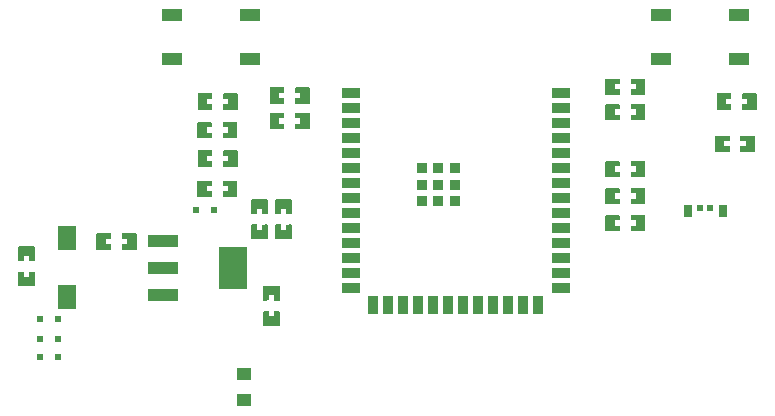
<source format=gtp>
G04 Layer: TopPasteMaskLayer*
G04 EasyEDA Pro v2.2.28.1, 2024-09-11 15:41:32*
G04 Gerber Generator version 0.3*
G04 Scale: 100 percent, Rotated: No, Reflected: No*
G04 Dimensions in millimeters*
G04 Leading zeros omitted, absolute positions, 3 integers and 5 decimals*
%FSLAX35Y35*%
%MOMM*%
%ADD10R,0.6X0.6*%
%ADD11R,0.6X0.6*%
%ADD12R,2.49999X1.1*%
%ADD13R,2.34X3.59999*%
%ADD14R,1.5X0.9*%
%ADD15R,0.9019X1.5*%
%ADD16R,0.9X1.5*%
%ADD17R,0.9X0.9*%
%ADD18R,1.25001X1.0*%
%ADD19R,1.53901X2.06251*%
%ADD20R,1.7X1.0*%
%ADD21R,0.5X0.5*%
%ADD22R,0.7X1.0*%
G75*


G04 PolygonModel Start*
G36*
G01X1265098Y-1549900D02*
G01X1265098Y-1421902D01*
G01X1270099Y-1416901D01*
G01X1385100Y-1416901D01*
G01X1390099Y-1421902D01*
G01X1390602Y-1462905D01*
G01X1345601Y-1462905D01*
G01X1345601Y-1507904D01*
G01X1389601Y-1507904D01*
G01X1390099Y-1549900D01*
G01X1385100Y-1554902D01*
G01X1270099Y-1554902D01*
G01X1265098Y-1549900D01*
G37*
G36*
G01X1480099Y-1549900D02*
G01X1480101Y-1507904D01*
G01X1524599Y-1507904D01*
G01X1524599Y-1462905D01*
G01X1480602Y-1462905D01*
G01X1480099Y-1421902D01*
G01X1485100Y-1416901D01*
G01X1600098Y-1416901D01*
G01X1605100Y-1421902D01*
G01X1605100Y-1549900D01*
G01X1600098Y-1554902D01*
G01X1485100Y-1554902D01*
G01X1480099Y-1549900D01*
G37*
G36*
G01X1265098Y-1778500D02*
G01X1265098Y-1650502D01*
G01X1270099Y-1645501D01*
G01X1385100Y-1645501D01*
G01X1390099Y-1650502D01*
G01X1390602Y-1691505D01*
G01X1345601Y-1691505D01*
G01X1345601Y-1736504D01*
G01X1389601Y-1736504D01*
G01X1390099Y-1778500D01*
G01X1385100Y-1783502D01*
G01X1270099Y-1783502D01*
G01X1265098Y-1778500D01*
G37*
G36*
G01X1480099Y-1778500D02*
G01X1480101Y-1736504D01*
G01X1524599Y-1736504D01*
G01X1524599Y-1691505D01*
G01X1480602Y-1691505D01*
G01X1480099Y-1650502D01*
G01X1485100Y-1645501D01*
G01X1600098Y-1645501D01*
G01X1605100Y-1650502D01*
G01X1605100Y-1778500D01*
G01X1600098Y-1783502D01*
G01X1485100Y-1783502D01*
G01X1480099Y-1778500D01*
G37*
G36*
G01X1265098Y-851400D02*
G01X1265098Y-723402D01*
G01X1270099Y-718401D01*
G01X1385100Y-718401D01*
G01X1390099Y-723402D01*
G01X1390602Y-764405D01*
G01X1345601Y-764405D01*
G01X1345601Y-809404D01*
G01X1389601Y-809404D01*
G01X1390099Y-851400D01*
G01X1385100Y-856402D01*
G01X1270099Y-856402D01*
G01X1265098Y-851400D01*
G37*
G36*
G01X1480099Y-851400D02*
G01X1480101Y-809404D01*
G01X1524599Y-809404D01*
G01X1524599Y-764405D01*
G01X1480602Y-764405D01*
G01X1480099Y-723402D01*
G01X1485100Y-718401D01*
G01X1600098Y-718401D01*
G01X1605100Y-723402D01*
G01X1605100Y-851400D01*
G01X1600098Y-856402D01*
G01X1485100Y-856402D01*
G01X1480099Y-851400D01*
G37*
G36*
G01X1265098Y-1067300D02*
G01X1265098Y-939302D01*
G01X1270099Y-934301D01*
G01X1385100Y-934301D01*
G01X1390099Y-939302D01*
G01X1390602Y-980305D01*
G01X1345601Y-980305D01*
G01X1345601Y-1025304D01*
G01X1389601Y-1025304D01*
G01X1390099Y-1067300D01*
G01X1385100Y-1072302D01*
G01X1270099Y-1072302D01*
G01X1265098Y-1067300D01*
G37*
G36*
G01X1480099Y-1067300D02*
G01X1480101Y-1025304D01*
G01X1524599Y-1025304D01*
G01X1524599Y-980305D01*
G01X1480602Y-980305D01*
G01X1480099Y-939302D01*
G01X1485100Y-934301D01*
G01X1600098Y-934301D01*
G01X1605100Y-939302D01*
G01X1605100Y-1067300D01*
G01X1600098Y-1072302D01*
G01X1485100Y-1072302D01*
G01X1480099Y-1067300D01*
G37*
G36*
G01X1265098Y-2007100D02*
G01X1265098Y-1879102D01*
G01X1270099Y-1874101D01*
G01X1385100Y-1874101D01*
G01X1390099Y-1879102D01*
G01X1390602Y-1920105D01*
G01X1345601Y-1920105D01*
G01X1345601Y-1965104D01*
G01X1389601Y-1965104D01*
G01X1390099Y-2007100D01*
G01X1385100Y-2012102D01*
G01X1270099Y-2012102D01*
G01X1265098Y-2007100D01*
G37*
G36*
G01X1480099Y-2007100D02*
G01X1480101Y-1965104D01*
G01X1524599Y-1965104D01*
G01X1524599Y-1920105D01*
G01X1480602Y-1920105D01*
G01X1480099Y-1879102D01*
G01X1485100Y-1874101D01*
G01X1600098Y-1874101D01*
G01X1605100Y-1879102D01*
G01X1605100Y-2007100D01*
G01X1600098Y-2012102D01*
G01X1485100Y-2012102D01*
G01X1480099Y-2007100D01*
G37*
G36*
G01X-2186803Y-1458996D02*
G01X-2186803Y-1330998D01*
G01X-2181802Y-1325997D01*
G01X-2066801Y-1325997D01*
G01X-2061802Y-1330998D01*
G01X-2061299Y-1372001D01*
G01X-2106300Y-1372001D01*
G01X-2106300Y-1417000D01*
G01X-2062300Y-1417000D01*
G01X-2061802Y-1458996D01*
G01X-2066801Y-1463998D01*
G01X-2181802Y-1463998D01*
G01X-2186803Y-1458996D01*
G37*
G36*
G01X-1971802Y-1458996D02*
G01X-1971799Y-1417000D01*
G01X-1927301Y-1417000D01*
G01X-1927301Y-1372001D01*
G01X-1971299Y-1372001D01*
G01X-1971802Y-1330998D01*
G01X-1966801Y-1325997D01*
G01X-1851802Y-1325997D01*
G01X-1846801Y-1330998D01*
G01X-1846801Y-1458996D01*
G01X-1851802Y-1463998D01*
G01X-1966801Y-1463998D01*
G01X-1971802Y-1458996D01*
G37*
G36*
G01X-2189302Y-1219700D02*
G01X-2189302Y-1091702D01*
G01X-2184301Y-1086701D01*
G01X-2069300Y-1086701D01*
G01X-2064301Y-1091702D01*
G01X-2063798Y-1132705D01*
G01X-2108799Y-1132705D01*
G01X-2108799Y-1177704D01*
G01X-2064799Y-1177704D01*
G01X-2064301Y-1219700D01*
G01X-2069300Y-1224702D01*
G01X-2184301Y-1224702D01*
G01X-2189302Y-1219700D01*
G37*
G36*
G01X-1974301Y-1219700D02*
G01X-1974299Y-1177704D01*
G01X-1929801Y-1177704D01*
G01X-1929801Y-1132705D01*
G01X-1973798Y-1132705D01*
G01X-1974301Y-1091702D01*
G01X-1969300Y-1086701D01*
G01X-1854302Y-1086701D01*
G01X-1849300Y-1091702D01*
G01X-1849300Y-1219700D01*
G01X-1854302Y-1224702D01*
G01X-1969300Y-1224702D01*
G01X-1974301Y-1219700D01*
G37*
G36*
G01X-2189302Y-1715000D02*
G01X-2189302Y-1587002D01*
G01X-2184301Y-1582001D01*
G01X-2069300Y-1582001D01*
G01X-2064301Y-1587002D01*
G01X-2063798Y-1628005D01*
G01X-2108799Y-1628005D01*
G01X-2108799Y-1673004D01*
G01X-2064799Y-1673004D01*
G01X-2064301Y-1715000D01*
G01X-2069300Y-1720002D01*
G01X-2184301Y-1720002D01*
G01X-2189302Y-1715000D01*
G37*
G36*
G01X-1974301Y-1715000D02*
G01X-1974299Y-1673004D01*
G01X-1929801Y-1673004D01*
G01X-1929801Y-1628005D01*
G01X-1973798Y-1628005D01*
G01X-1974301Y-1587002D01*
G01X-1969300Y-1582001D01*
G01X-1854302Y-1582001D01*
G01X-1849300Y-1587002D01*
G01X-1849300Y-1715000D01*
G01X-1854302Y-1720002D01*
G01X-1969300Y-1720002D01*
G01X-1974301Y-1715000D01*
G37*
G36*
G01X-1577203Y-1141496D02*
G01X-1577203Y-1013498D01*
G01X-1572202Y-1008497D01*
G01X-1457201Y-1008497D01*
G01X-1452202Y-1013498D01*
G01X-1451699Y-1054501D01*
G01X-1496700Y-1054501D01*
G01X-1496700Y-1099500D01*
G01X-1452700Y-1099500D01*
G01X-1452202Y-1141496D01*
G01X-1457201Y-1146498D01*
G01X-1572202Y-1146498D01*
G01X-1577203Y-1141496D01*
G37*
G36*
G01X-1362202Y-1141496D02*
G01X-1362199Y-1099500D01*
G01X-1317701Y-1099500D01*
G01X-1317701Y-1054501D01*
G01X-1361699Y-1054501D01*
G01X-1362202Y-1013498D01*
G01X-1357201Y-1008497D01*
G01X-1242202Y-1008497D01*
G01X-1237201Y-1013498D01*
G01X-1237201Y-1141496D01*
G01X-1242202Y-1146498D01*
G01X-1357201Y-1146498D01*
G01X-1362202Y-1141496D01*
G37*
G36*
G01X-1577203Y-925596D02*
G01X-1577203Y-797598D01*
G01X-1572202Y-792597D01*
G01X-1457201Y-792597D01*
G01X-1452202Y-797598D01*
G01X-1451699Y-838601D01*
G01X-1496700Y-838601D01*
G01X-1496700Y-883600D01*
G01X-1452700Y-883600D01*
G01X-1452202Y-925596D01*
G01X-1457201Y-930598D01*
G01X-1572202Y-930598D01*
G01X-1577203Y-925596D01*
G37*
G36*
G01X-1362202Y-925596D02*
G01X-1362199Y-883600D01*
G01X-1317701Y-883600D01*
G01X-1317701Y-838601D01*
G01X-1361699Y-838601D01*
G01X-1362202Y-797598D01*
G01X-1357201Y-792597D01*
G01X-1242202Y-792597D01*
G01X-1237201Y-797598D01*
G01X-1237201Y-925596D01*
G01X-1242202Y-930598D01*
G01X-1357201Y-930598D01*
G01X-1362202Y-925596D01*
G37*
G36*
G01X-3570204Y-2478903D02*
G01X-3698202Y-2478903D01*
G01X-3703203Y-2473902D01*
G01X-3703203Y-2358901D01*
G01X-3698202Y-2353902D01*
G01X-3657199Y-2353399D01*
G01X-3657199Y-2398400D01*
G01X-3612200Y-2398400D01*
G01X-3612200Y-2354400D01*
G01X-3570204Y-2353902D01*
G01X-3565202Y-2358901D01*
G01X-3565202Y-2473902D01*
G01X-3570204Y-2478903D01*
G37*
G36*
G01X-3570204Y-2263902D02*
G01X-3612200Y-2263899D01*
G01X-3612200Y-2219401D01*
G01X-3657199Y-2219401D01*
G01X-3657199Y-2263399D01*
G01X-3698202Y-2263902D01*
G01X-3703203Y-2258901D01*
G01X-3703203Y-2143902D01*
G01X-3698202Y-2138901D01*
G01X-3570204Y-2138901D01*
G01X-3565202Y-2143902D01*
G01X-3565202Y-2258901D01*
G01X-3570204Y-2263902D01*
G37*
G36*
G01X-2702697Y-2033504D02*
G01X-2702697Y-2161502D01*
G01X-2707698Y-2166503D01*
G01X-2822699Y-2166503D01*
G01X-2827698Y-2161502D01*
G01X-2828201Y-2120499D01*
G01X-2783200Y-2120499D01*
G01X-2783200Y-2075500D01*
G01X-2827200Y-2075500D01*
G01X-2827698Y-2033504D01*
G01X-2822699Y-2028502D01*
G01X-2707698Y-2028502D01*
G01X-2702697Y-2033504D01*
G37*
G36*
G01X-2917698Y-2033504D02*
G01X-2917701Y-2075500D01*
G01X-2962199Y-2075500D01*
G01X-2962199Y-2120499D01*
G01X-2918201Y-2120499D01*
G01X-2917698Y-2161502D01*
G01X-2922699Y-2166503D01*
G01X-3037698Y-2166503D01*
G01X-3042699Y-2161502D01*
G01X-3042699Y-2033504D01*
G01X-3037698Y-2028502D01*
G01X-2922699Y-2028502D01*
G01X-2917698Y-2033504D01*
G37*
G36*
G01X-1522496Y-1738894D02*
G01X-1394498Y-1738894D01*
G01X-1389497Y-1743895D01*
G01X-1389497Y-1858896D01*
G01X-1394498Y-1863895D01*
G01X-1435501Y-1864398D01*
G01X-1435501Y-1819397D01*
G01X-1480500Y-1819397D01*
G01X-1480500Y-1863397D01*
G01X-1522496Y-1863895D01*
G01X-1527498Y-1858896D01*
G01X-1527498Y-1743895D01*
G01X-1522496Y-1738894D01*
G37*
G36*
G01X-1522496Y-1953895D02*
G01X-1480500Y-1953898D01*
G01X-1480500Y-1998396D01*
G01X-1435501Y-1998396D01*
G01X-1435501Y-1954398D01*
G01X-1394498Y-1953895D01*
G01X-1389497Y-1958896D01*
G01X-1389497Y-2073895D01*
G01X-1394498Y-2078896D01*
G01X-1522496Y-2078896D01*
G01X-1527498Y-2073895D01*
G01X-1527498Y-1958896D01*
G01X-1522496Y-1953895D01*
G37*
G36*
G01X-1725696Y-1738894D02*
G01X-1597698Y-1738894D01*
G01X-1592697Y-1743895D01*
G01X-1592697Y-1858896D01*
G01X-1597698Y-1863895D01*
G01X-1638701Y-1864398D01*
G01X-1638701Y-1819397D01*
G01X-1683700Y-1819397D01*
G01X-1683700Y-1863397D01*
G01X-1725696Y-1863895D01*
G01X-1730698Y-1858896D01*
G01X-1730698Y-1743895D01*
G01X-1725696Y-1738894D01*
G37*
G36*
G01X-1725696Y-1953895D02*
G01X-1683700Y-1953898D01*
G01X-1683700Y-1998396D01*
G01X-1638701Y-1998396D01*
G01X-1638701Y-1954398D01*
G01X-1597698Y-1953895D01*
G01X-1592697Y-1958896D01*
G01X-1592697Y-2073895D01*
G01X-1597698Y-2078896D01*
G01X-1725696Y-2078896D01*
G01X-1730698Y-2073895D01*
G01X-1730698Y-1958896D01*
G01X-1725696Y-1953895D01*
G37*
G36*
G01X2533802Y-1206000D02*
G01X2533802Y-1333998D01*
G01X2528801Y-1338999D01*
G01X2413800Y-1338999D01*
G01X2408801Y-1333998D01*
G01X2408298Y-1292995D01*
G01X2453300Y-1292995D01*
G01X2453300Y-1247996D01*
G01X2409299Y-1247996D01*
G01X2408801Y-1206000D01*
G01X2413800Y-1200998D01*
G01X2528801Y-1200998D01*
G01X2533802Y-1206000D01*
G37*
G36*
G01X2318802Y-1206000D02*
G01X2318799Y-1247996D01*
G01X2274301Y-1247996D01*
G01X2274301Y-1292995D01*
G01X2318299Y-1292995D01*
G01X2318802Y-1333998D01*
G01X2313800Y-1338999D01*
G01X2198802Y-1338999D01*
G01X2193801Y-1333998D01*
G01X2193801Y-1206000D01*
G01X2198802Y-1200998D01*
G01X2313800Y-1200998D01*
G01X2318802Y-1206000D01*
G37*
G36*
G01X-2186803Y-976396D02*
G01X-2186803Y-848398D01*
G01X-2181802Y-843397D01*
G01X-2066801Y-843397D01*
G01X-2061802Y-848398D01*
G01X-2061299Y-889401D01*
G01X-2106300Y-889401D01*
G01X-2106300Y-934400D01*
G01X-2062300Y-934400D01*
G01X-2061802Y-976396D01*
G01X-2066801Y-981398D01*
G01X-2181802Y-981398D01*
G01X-2186803Y-976396D01*
G37*
G36*
G01X-1971802Y-976396D02*
G01X-1971799Y-934400D01*
G01X-1927301Y-934400D01*
G01X-1927301Y-889401D01*
G01X-1971299Y-889401D01*
G01X-1971802Y-848398D01*
G01X-1966801Y-843397D01*
G01X-1851802Y-843397D01*
G01X-1846801Y-848398D01*
G01X-1846801Y-976396D01*
G01X-1851802Y-981398D01*
G01X-1966801Y-981398D01*
G01X-1971802Y-976396D01*
G37*
G36*
G01X2207397Y-976396D02*
G01X2207397Y-848398D01*
G01X2212398Y-843397D01*
G01X2327399Y-843397D01*
G01X2332398Y-848398D01*
G01X2332901Y-889401D01*
G01X2287900Y-889401D01*
G01X2287900Y-934400D01*
G01X2331900Y-934400D01*
G01X2332398Y-976396D01*
G01X2327399Y-981398D01*
G01X2212398Y-981398D01*
G01X2207397Y-976396D01*
G37*
G36*
G01X2422398Y-976396D02*
G01X2422401Y-934400D01*
G01X2466899Y-934400D01*
G01X2466899Y-889401D01*
G01X2422901Y-889401D01*
G01X2422398Y-848398D01*
G01X2427399Y-843397D01*
G01X2542398Y-843397D01*
G01X2547399Y-848398D01*
G01X2547399Y-976396D01*
G01X2542398Y-981398D01*
G01X2427399Y-981398D01*
G01X2422398Y-976396D01*
G37*
G36*
G01X-1498100Y-2813202D02*
G01X-1626098Y-2813202D01*
G01X-1631099Y-2808201D01*
G01X-1631099Y-2693200D01*
G01X-1626098Y-2688201D01*
G01X-1585095Y-2687698D01*
G01X-1585095Y-2732700D01*
G01X-1540096Y-2732700D01*
G01X-1540096Y-2688699D01*
G01X-1498100Y-2688201D01*
G01X-1493098Y-2693200D01*
G01X-1493098Y-2808201D01*
G01X-1498100Y-2813202D01*
G37*
G36*
G01X-1498100Y-2598202D02*
G01X-1540096Y-2598199D01*
G01X-1540096Y-2553701D01*
G01X-1585095Y-2553701D01*
G01X-1585095Y-2597699D01*
G01X-1626098Y-2598202D01*
G01X-1631099Y-2593200D01*
G01X-1631099Y-2478202D01*
G01X-1626098Y-2473201D01*
G01X-1498100Y-2473201D01*
G01X-1493098Y-2478202D01*
G01X-1493098Y-2593200D01*
G01X-1498100Y-2598202D01*
G37*

G04 Pad Start*
G54D10*
G01X-3366706Y-2755900D03*
G54D11*
G01X-3516693Y-2755900D03*
G54D10*
G01X-3366706Y-2921000D03*
G54D11*
G01X-3516693Y-2921000D03*
G54D10*
G01X-3366706Y-3073400D03*
G54D11*
G01X-3516693Y-3073400D03*
G54D10*
G01X-2045906Y-1828800D03*
G54D11*
G01X-2195893Y-1828800D03*
G54D12*
G01X-2481395Y-2094103D03*
G01X-2481395Y-2324100D03*
G01X-2481395Y-2554097D03*
G54D13*
G01X-1887403Y-2324100D03*
G54D14*
G01X-889978Y-844436D03*
G01X-889978Y-971436D03*
G01X-889978Y-1098436D03*
G01X-889978Y-1225436D03*
G01X-889978Y-1352436D03*
G01X-889978Y-1479436D03*
G01X-889978Y-1606436D03*
G01X-889978Y-1733436D03*
G01X-889978Y-1860436D03*
G01X-889978Y-1987436D03*
G01X-889978Y-2114436D03*
G01X-889978Y-2241436D03*
G01X-889978Y-2368436D03*
G01X-889978Y-2495436D03*
G54D16*
G01X-698487Y-2635364D03*
G01X-571487Y-2635364D03*
G01X-444487Y-2635364D03*
G01X-317487Y-2635364D03*
G01X-190487Y-2635364D03*
G01X-63487Y-2635364D03*
G01X63513Y-2635364D03*
G01X190513Y-2635364D03*
G01X317513Y-2635364D03*
G01X444513Y-2635364D03*
G01X571513Y-2635364D03*
G01X698513Y-2635364D03*
G54D14*
G01X889978Y-2495436D03*
G01X889978Y-2368436D03*
G01X889978Y-2241436D03*
G01X889978Y-2114436D03*
G01X889978Y-1987436D03*
G01X889978Y-1860436D03*
G01X889978Y-1733436D03*
G01X889978Y-1606436D03*
G01X889978Y-1479436D03*
G01X889978Y-1352436D03*
G01X889978Y-1225436D03*
G01X889978Y-1098436D03*
G01X889978Y-971436D03*
G01X889978Y-844436D03*
G54D17*
G01X-149949Y-1616392D03*
G01X-289954Y-1616392D03*
G01X-9944Y-1616392D03*
G01X-9944Y-1476388D03*
G01X-149949Y-1476388D03*
G01X-289954Y-1476388D03*
G01X-289954Y-1756397D03*
G01X-149949Y-1756397D03*
G01X-9944Y-1756397D03*
G54D18*
G01X-1790700Y-3221685D03*
G01X-1790700Y-3441700D03*
G54D19*
G01X-3289300Y-2565400D03*
G01X-3289300Y-2064664D03*
G54D20*
G01X-2400097Y-183281D03*
G01X-1740103Y-183279D03*
G01X-2400097Y-553321D03*
G01X-1740103Y-553319D03*
G01X1740103Y-183281D03*
G01X2400097Y-183279D03*
G01X1740103Y-553321D03*
G01X2400097Y-553319D03*
G54D21*
G01X2155088Y-1816100D03*
G54D22*
G01X2263089Y-1841094D03*
G01X1962099Y-1841094D03*
G54D21*
G01X2070100Y-1816100D03*
G04 Pad End*

M02*


</source>
